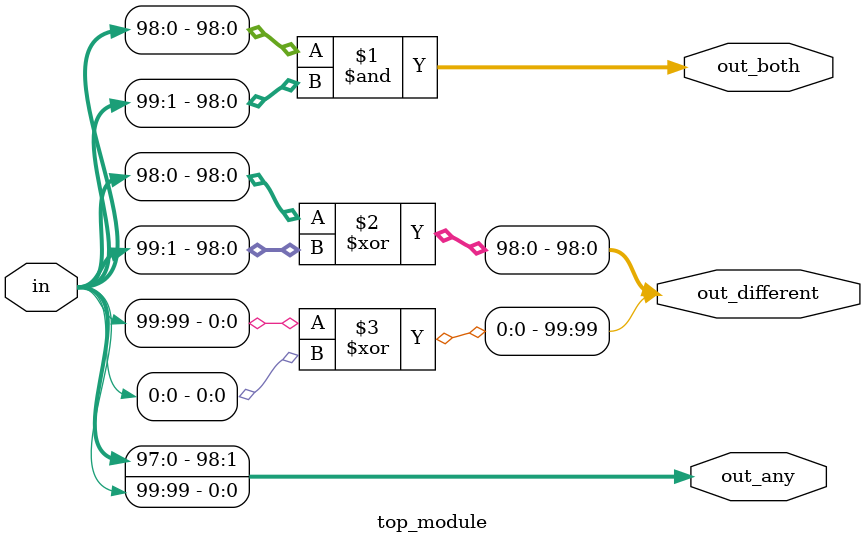
<source format=sv>
module top_module (
	input [99:0] in,
	output [98:0] out_both,
	output [99:1] out_any,
	output [99:0] out_different
);

// Generate out_both by performing a bit-wise AND operation between in and a shifted version of in
assign out_both = in[0:98] & in[1:99];

// Generate out_any by performing a bit-wise OR operation between in[98:0] and in[99:1]
assign out_any = {in[98:0], in[99]};

// Generate out_different by performing a bit-wise XOR operation between in and a modified version of in
assign out_different = {in[99] ^ in[0], in[98:0] ^ in[99:1]};

endmodule

</source>
